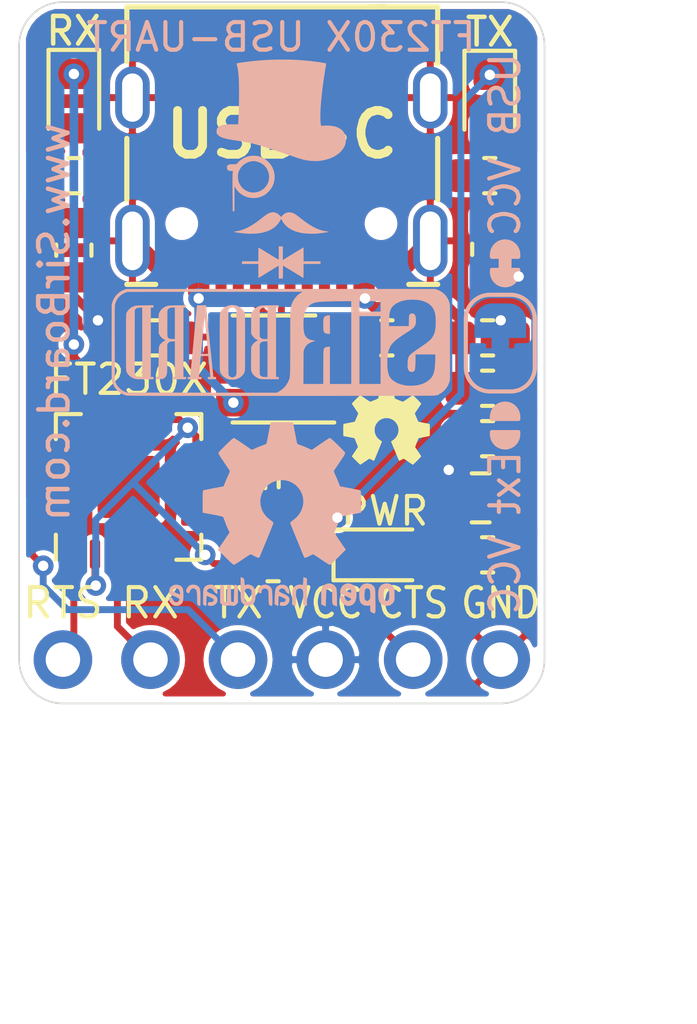
<source format=kicad_pcb>
(kicad_pcb (version 20171130) (host pcbnew "(5.1.2)-2")
  (title_block (title "USB to TTL Converter Based On The FT230XQ") (date 2020-04-13) (rev 3.1) (company SirBoard) (comment 1 www.SirBoard.com) (comment 2 "USB 2.0 Type-C Connector") (comment 3 FT230XQ))
  (layers (0 F.Cu signal) (31 B.Cu signal) (34 B.Paste user hide) (35 F.Paste user hide) (36 B.SilkS user) (37 F.SilkS user) (38 B.Mask user hide) (39 F.Mask user hide) (44 Edge.Cuts user))
  (net 0 "")
  (net 1 GND)
  (net 2 "Net-(PWR1-Pad2)")
  (net 3 "Net-(R3-Pad2)")
  (net 4 VCC)
  (net 5 "Net-(C6-Pad1)")
  (net 6 CTS)
  (net 7 TX)
  (net 8 RX)
  (net 9 RTS)
  (net 10 "Net-(P1-PadB5)")
  (net 11 "Net-(P1-PadA8)")
  (net 12 "Net-(P1-PadA5)")
  (net 13 "Net-(P1-PadB8)")
  (net 14 uD-)
  (net 15 uD+)
  (net 16 "Net-(R5-Pad2)")
  (net 17 CBUS1)
  (net 18 CBUS2)
  (net 19 "Net-(U1-Pad14)")
  (net 20 "Net-(U1-Pad12)")
  (net 21 "Net-(FB1-Pad1)")
  (net 22 VUSB)
  (net 23 D+)
  (net 24 D-)
  (module logo:OSHW36x26 (layer F.Cu) (at 67.6148 41.275)
    (fp_text reference G*** hide)
    (fp_text value LOGO hide)
  )
  (module SirBoardLibrary:SOT-143 (layer F.Cu) (at 64.3255 39.5605 180)
    (fp_text reference D1 hide)
    (fp_text value PRTR5V0U2X)
    (pad 4 smd rect (at 1.1508 -1.0516 90) (size 0.8 1) (layers F.Cu F.Paste F.Mask) (net 22 VUSB))
    (pad 3 smd rect (at 1.1508 0.8484 90) (size 0.8 1) (layers F.Cu F.Paste F.Mask) (net 23 D+))
    (pad 2 smd rect (at -1.1492 0.8484 90) (size 0.8 1) (layers F.Cu F.Paste F.Mask) (net 24 D-))
    (pad 1 smd rect (at -1.1492 -0.8716 90) (size 1.2 1) (layers F.Cu F.Paste F.Mask) (net 1 GND))
  )
  (module Resistor_SMD:R_0603_1608Metric (layer F.Cu) (at 70.612 34.036)
    (fp_text reference R7 hide)
    (fp_text value 5k1)
    (pad 2 smd roundrect (at 0.7875 0) (size 0.875 0.95) (layers F.Cu F.Paste F.Mask) (net 1 GND))
    (pad 1 smd roundrect (at -0.7875 0) (size 0.875 0.95) (layers F.Cu F.Paste F.Mask) (net 12 "Net-(P1-PadA5)"))
  )
  (module Resistor_SMD:R_0603_1608Metric (layer F.Cu) (at 58.547 34.036 180)
    (fp_text reference R6 hide)
    (fp_text value 5k1)
    (pad 2 smd roundrect (at 0.7875 0 180) (size 0.875 0.95) (layers F.Cu F.Paste F.Mask) (net 1 GND))
    (pad 1 smd roundrect (at -0.7875 0 180) (size 0.875 0.95) (layers F.Cu F.Paste F.Mask) (net 10 "Net-(P1-PadB5)"))
  )
  (module Connector_PinHeader_2.54mm:PinHeader_1x06_P2.54mm_Horizontal (layer F.Cu) (at 70.9295 48.0568 270)
    (fp_text reference J1 hide)
    (fp_text value Conn_01x06)
    (pad 6 thru_hole oval (at 0 12.7 270) (size 1.7 1.7) (drill 1) (layers *.Cu *.Mask) (net 9 RTS))
    (pad 5 thru_hole oval (at 0 10.16 270) (size 1.7 1.7) (drill 1) (layers *.Cu *.Mask) (net 8 RX))
    (pad 4 thru_hole oval (at 0 7.62 270) (size 1.7 1.7) (drill 1) (layers *.Cu *.Mask) (net 7 TX))
    (pad 3 thru_hole oval (at 0 5.08 270) (size 1.7 1.7) (drill 1) (layers *.Cu *.Mask) (net 4 VCC))
    (pad 2 thru_hole oval (at 0 2.54 270) (size 1.7 1.7) (drill 1) (layers *.Cu *.Mask) (net 6 CTS))
    (pad 1 thru_hole circle (at 0 0 270) (size 1.7 1.7) (drill 1) (layers *.Cu *.Mask) (net 1 GND))
  )
  (module SirBoardLibrary:USB_C (layer F.Cu) (at 67.7799 37.211 180)
    (fp_text reference USB-C (at 3.2004 4.3688 180) (layer F.SilkS) (effects (font (size 1.27 1.27) (thickness 0.254))))
    (fp_text value USB_C_Plug_USB2.0 hide)
    (pad B4 smd rect (at 5.4558 0.5866 180) (size 0.31 1.4) (layers F.Cu F.Paste F.Mask) (net 22 VUSB))
    (pad B1 smd rect (at 6.2585 0.5866 180) (size 0.31 1.4) (layers F.Cu F.Paste F.Mask) (net 1 GND))
    (pad B9 smd rect (at 0.9685 0.5842 180) (size 0.31 1.4) (layers F.Cu F.Paste F.Mask) (net 22 VUSB))
    (pad B12 smd rect (at 0.1685 0.5842 180) (size 0.31 1.4) (layers F.Cu F.Paste F.Mask) (net 1 GND))
    (pad A1 smd rect (at -0.1415 0.5866 180) (size 0.31 1.4) (layers F.Cu F.Paste F.Mask) (net 1 GND))
    (pad A12 smd rect (at 6.5685 0.5866 180) (size 0.31 1.4) (layers F.Cu F.Paste F.Mask) (net 1 GND))
    (pad "" np_thru_hole circle (at 0.3235 1.7866 180) (size 0.65 0.65) (drill oval 0.65) (layers *.Cu *.Mask))
    (pad "" np_thru_hole circle (at 6.1035 1.7866 180) (size 0.65 0.65) (drill oval 0.65) (layers *.Cu *.Mask))
    (pad S1 thru_hole oval (at -1.1065 5.4366 180) (size 1 1.8) (drill oval 0.6 1.4) (layers *.Cu *.Mask) (net 1 GND))
    (pad S1 thru_hole oval (at 7.5335 5.4366 180) (size 1 1.8) (drill oval 0.6 1.4) (layers *.Cu *.Mask) (net 1 GND))
    (pad S1 thru_hole oval (at 7.5335 1.2866 180) (size 1 2.1) (drill oval 0.6 1.7) (layers *.Cu *.Mask) (net 1 GND))
    (pad S1 thru_hole oval (at -1.1065 1.2866 180) (size 1 2.1) (drill oval 0.6 1.7) (layers *.Cu *.Mask) (net 1 GND))
    (pad B5 smd rect (at 4.9635 0.5866 180) (size 0.32 1.4) (layers F.Cu F.Paste F.Mask) (net 10 "Net-(P1-PadB5)"))
    (pad A8 smd rect (at 4.4635 0.5866 180) (size 0.32 1.4) (layers F.Cu F.Paste F.Mask) (net 11 "Net-(P1-PadA8)"))
    (pad B6 smd rect (at 3.9635 0.5866 180) (size 0.32 1.4) (layers F.Cu F.Paste F.Mask) (net 23 D+))
    (pad A7 smd rect (at 3.4635 0.5866 180) (size 0.32 1.4) (layers F.Cu F.Paste F.Mask) (net 24 D-))
    (pad A6 smd rect (at 2.9635 0.5866 180) (size 0.32 1.4) (layers F.Cu F.Paste F.Mask) (net 23 D+))
    (pad B7 smd rect (at 2.4635 0.5866 180) (size 0.32 1.4) (layers F.Cu F.Paste F.Mask) (net 24 D-))
    (pad A5 smd rect (at 1.9635 0.5866 180) (size 0.32 1.4) (layers F.Cu F.Paste F.Mask) (net 12 "Net-(P1-PadA5)"))
    (pad B8 smd rect (at 1.4635 0.5866 180) (size 0.32 1.4) (layers F.Cu F.Paste F.Mask) (net 13 "Net-(P1-PadB8)"))
    (pad A9 smd rect (at 5.7685 0.5866 180) (size 0.31 1.4) (layers F.Cu F.Paste F.Mask) (net 22 VUSB))
    (pad A4 smd rect (at 0.6585 0.5866 180) (size 0.31 1.4) (layers F.Cu F.Paste F.Mask) (net 22 VUSB))
  )
  (module Capacitor_SMD:C_0603_1608Metric (layer F.Cu) (at 64.3255 45.2755)
    (fp_text reference C6 hide)
    (fp_text value 100nF)
    (pad 2 smd roundrect (at 0.7875 0) (size 0.875 0.95) (layers F.Cu F.Paste F.Mask) (net 1 GND))
    (pad 1 smd roundrect (at -0.7875 0) (size 0.875 0.95) (layers F.Cu F.Paste F.Mask) (net 5 "Net-(C6-Pad1)"))
  )
  (module logo:SirBoard98x31 (layer B.Cu) (at 64.5541 38.862 180)
    (fp_text reference G*** hide)
    (fp_text value LOGO hide)
  )
  (module Symbol:OSHW-Logo2_7.3x6mm_SilkScreen (layer B.Cu) (at 64.5795 43.942 180)
    (fp_text reference REF** hide)
    (fp_text value OSHW-Logo2_7.3x6mm_SilkScreen hide)
  )
  (module logo:logo63x89 (layer B.Cu) (at 64.5541 33.8455 180)
    (fp_text reference G*** hide)
    (fp_text value LOGO hide)
  )
  (module Resistor_SMD:R_0603_1608Metric (layer F.Cu) (at 70.5485 45.0215 180)
    (fp_text reference R4 hide)
    (fp_text value 1k)
    (pad 2 smd roundrect (at 0.7875 0 180) (size 0.875 0.95) (layers F.Cu F.Paste F.Mask) (net 2 "Net-(PWR1-Pad2)"))
    (pad 1 smd roundrect (at -0.7875 0 180) (size 0.875 0.95) (layers F.Cu F.Paste F.Mask) (net 4 VCC))
  )
  (module Resistor_SMD:R_0603_1608Metric (layer F.Cu) (at 70.612 36.1695 90)
    (fp_text reference R3 hide)
    (fp_text value 1k)
    (pad 2 smd roundrect (at 0.7875 0 90) (size 0.875 0.95) (layers F.Cu F.Paste F.Mask) (net 3 "Net-(R3-Pad2)"))
    (pad 1 smd roundrect (at -0.7875 0 90) (size 0.875 0.95) (layers F.Cu F.Paste F.Mask) (net 4 VCC))
  )
  (module Inductor_SMD:L_0603_1608Metric (layer F.Cu) (at 70.5485 38.735 180)
    (fp_text reference FB1 hide)
    (fp_text value 40E@100MHz)
    (pad 2 smd roundrect (at 0.7875 0 180) (size 0.875 0.95) (layers F.Cu F.Paste F.Mask) (net 22 VUSB))
    (pad 1 smd roundrect (at -0.7875 0 180) (size 0.875 0.95) (layers F.Cu F.Paste F.Mask) (net 21 "Net-(FB1-Pad1)"))
  )
  (module Capacitor_SMD:C_0603_1608Metric (layer F.Cu) (at 70.5485 41.656)
    (fp_text reference C4 hide)
    (fp_text value 100nF)
    (pad 2 smd roundrect (at 0.7875 0) (size 0.875 0.95) (layers F.Cu F.Paste F.Mask) (net 1 GND))
    (pad 1 smd roundrect (at -0.7875 0) (size 0.875 0.95) (layers F.Cu F.Paste F.Mask) (net 4 VCC))
  )
  (module Capacitor_SMD:C_0603_1608Metric (layer F.Cu) (at 70.5485 40.1955)
    (fp_text reference C1 hide)
    (fp_text value 10nF)
    (pad 2 smd roundrect (at 0.7875 0) (size 0.875 0.95) (layers F.Cu F.Paste F.Mask) (net 1 GND))
    (pad 1 smd roundrect (at -0.7875 0) (size 0.875 0.95) (layers F.Cu F.Paste F.Mask) (net 22 VUSB))
  )
  (module LED_SMD:LED_0603_1608Metric (layer F.Cu) (at 70.612 31.9025 270)
    (fp_text reference TX (at -2.032 0 180) (layer F.SilkS) (effects (font (size 0.8 0.8) (thickness 0.13))))
    (fp_text value GREEN)
    (pad 1 smd roundrect (at -0.7875 0 270) (size 0.875 0.95) (layers F.Cu F.Paste F.Mask) (net 18 CBUS2))
    (pad 2 smd roundrect (at 0.7875 0 270) (size 0.875 0.95) (layers F.Cu F.Paste F.Mask) (net 3 "Net-(R3-Pad2)"))
  )
  (module LED_SMD:LED_0603_1608Metric (layer F.Cu) (at 67.564 45.0215)
    (fp_text reference PWR (at 0 -1.27 180) (layer F.SilkS) (effects (font (size 0.8 0.8) (thickness 0.12))))
    (fp_text value RED)
    (pad 2 smd roundrect (at 0.7875 0) (size 0.875 0.95) (layers F.Cu F.Paste F.Mask) (net 2 "Net-(PWR1-Pad2)"))
    (pad 1 smd roundrect (at -0.7875 0) (size 0.875 0.95) (layers F.Cu F.Paste F.Mask) (net 1 GND))
  )
  (module LED_SMD:LED_0603_1608Metric (layer F.Cu) (at 58.547 31.877 270)
    (fp_text reference RX (at -2.032 0.01016 180) (layer F.SilkS) (effects (font (size 0.8 0.8) (thickness 0.13))))
    (fp_text value GREEN)
    (pad 1 smd roundrect (at -0.7875 0 270) (size 0.875 0.95) (layers F.Cu F.Paste F.Mask) (net 17 CBUS1))
    (pad 2 smd roundrect (at 0.7875 0 270) (size 0.875 0.95) (layers F.Cu F.Paste F.Mask) (net 16 "Net-(R5-Pad2)"))
  )
  (module Resistor_SMD:R_0603_1608Metric (layer F.Cu) (at 58.547 36.195 90)
    (fp_text reference R5 hide)
    (fp_text value 1k)
    (pad 2 smd roundrect (at 0.7875 0 90) (size 0.875 0.95) (layers F.Cu F.Paste F.Mask) (net 16 "Net-(R5-Pad2)"))
    (pad 1 smd roundrect (at -0.7875 0 90) (size 0.875 0.95) (layers F.Cu F.Paste F.Mask) (net 4 VCC))
  )
  (module Capacitor_SMD:C_0805_2012Metric (layer F.Cu) (at 70.3476 43.3705)
    (fp_text reference C5 hide)
    (fp_text value 4.7uF)
    (pad 2 smd roundrect (at 0.9375 0) (size 0.975 1.4) (layers F.Cu F.Paste F.Mask) (net 1 GND))
    (pad 1 smd roundrect (at -0.9375 0) (size 0.975 1.4) (layers F.Cu F.Paste F.Mask) (net 4 VCC))
  )
  (module Package_DFN_QFN:QFN-16-1EP_4x4mm_P0.65mm_EP2.1x2.1mm (layer F.Cu) (at 60.1345 43.053 90)
    (fp_text reference U1 hide)
    (fp_text value FT230XQ)
    (pad 16 smd roundrect (at -0.975 -1.95 90) (size 0.3 0.85) (layers F.Cu F.Paste F.Mask) (net 9 RTS))
    (pad 15 smd roundrect (at -0.325 -1.95 90) (size 0.3 0.85) (layers F.Cu F.Paste F.Mask) (net 7 TX))
    (pad 14 smd roundrect (at 0.325 -1.95 90) (size 0.3 0.85) (layers F.Cu F.Paste F.Mask) (net 19 "Net-(U1-Pad14)"))
    (pad 13 smd roundrect (at 0.975 -1.95 90) (size 0.3 0.85) (layers F.Cu F.Paste F.Mask) (net 1 GND))
    (pad 12 smd roundrect (at 1.95 -0.975 90) (size 0.85 0.3) (layers F.Cu F.Paste F.Mask) (net 20 "Net-(U1-Pad12)"))
    (pad 11 smd roundrect (at 1.95 -0.325 90) (size 0.85 0.3) (layers F.Cu F.Paste F.Mask) (net 17 CBUS1))
    (pad 10 smd roundrect (at 1.95 0.325 90) (size 0.85 0.3) (layers F.Cu F.Paste F.Mask) (net 4 VCC))
    (pad 9 smd roundrect (at 1.95 0.975 90) (size 0.85 0.3) (layers F.Cu F.Paste F.Mask) (net 5 "Net-(C6-Pad1)"))
    (pad 8 smd roundrect (at 0.975 1.95 90) (size 0.3 0.85) (layers F.Cu F.Paste F.Mask) (net 5 "Net-(C6-Pad1)"))
    (pad 7 smd roundrect (at 0.325 1.95 90) (size 0.3 0.85) (layers F.Cu F.Paste F.Mask) (net 14 uD-))
    (pad 6 smd roundrect (at -0.325 1.95 90) (size 0.3 0.85) (layers F.Cu F.Paste F.Mask) (net 15 uD+))
    (pad 5 smd roundrect (at -0.975 1.95 90) (size 0.3 0.85) (layers F.Cu F.Paste F.Mask) (net 18 CBUS2))
    (pad 4 smd roundrect (at -1.95 0.975 90) (size 0.85 0.3) (layers F.Cu F.Paste F.Mask) (net 6 CTS))
    (pad 3 smd roundrect (at -1.95 0.325 90) (size 0.85 0.3) (layers F.Cu F.Paste F.Mask) (net 1 GND))
    (pad 2 smd roundrect (at -1.95 -0.325 90) (size 0.85 0.3) (layers F.Cu F.Paste F.Mask) (net 8 RX))
    (pad 1 smd roundrect (at -1.95 -0.975 90) (size 0.85 0.3) (layers F.Cu F.Paste F.Mask) (net 5 "Net-(C6-Pad1)"))
    (pad 17 smd roundrect (at 0 0 90) (size 1.8 1.8) (layers F.Cu F.Mask) (roundrect_rratio 0.119) (net 1 GND))
  )
  (module Jumper:SolderJumper-2_P1.3mm_Bridged_RoundedPad1.0x1.5mm (layer B.Cu) (at 70.9168 38.8874 270)
    (fp_text reference JP1 hide)
    (fp_text value SolderJumper_2_Open)
    (fp_poly (pts (xy 0.25 0.254) (xy -0.25 0.254) (xy -0.25 -0.254) (xy 0.25 -0.254)) (layer B.Cu) (width 0))
    (pad 1 smd custom (at -0.65 0 270) (size 1 0.5) (layers B.Cu B.Mask) (net 21 "Net-(FB1-Pad1)") (options (clearance outline) (anchor rect)) (primitives (gr_circle (center 0 -0.25) (end 0.5 -0.25) (width 0)) (gr_circle (center 0 0.25) (end 0.5 0.25) (width 0)) (gr_poly (pts (xy 0 0.75) (xy 0.5 0.75) (xy 0.5 -0.75) (xy 0 -0.75)) (width 0))))
    (pad 2 smd custom (at 0.65 0 270) (size 1 0.5) (layers B.Cu B.Mask) (net 4 VCC) (options (clearance outline) (anchor rect)) (primitives (gr_circle (center 0 -0.25) (end 0.5 -0.25) (width 0)) (gr_circle (center 0 0.25) (end 0.5 0.25) (width 0)) (gr_poly (pts (xy 0 0.75) (xy -0.5 0.75) (xy -0.5 -0.75) (xy 0 -0.75)) (width 0))))
  )
  (module Capacitor_SMD:C_0603_1608Metric (layer F.Cu) (at 67.6275 38.735)
    (fp_text reference C3 hide)
    (fp_text value 47pF)
    (pad 2 smd roundrect (at 0.7875 0) (size 0.875 0.95) (layers F.Cu F.Paste F.Mask) (net 1 GND))
    (pad 1 smd roundrect (at -0.7875 0) (size 0.875 0.95) (layers F.Cu F.Paste F.Mask) (net 24 D-))
  )
  (module Resistor_SMD:R_0603_1608Metric (layer F.Cu) (at 63.5889 42.926 90)
    (fp_text reference R2 hide)
    (fp_text value 27e)
    (pad 2 smd roundrect (at 0.7875 0 90) (size 0.875 0.95) (layers F.Cu F.Paste F.Mask) (net 23 D+))
    (pad 1 smd roundrect (at -0.7875 0 90) (size 0.875 0.95) (layers F.Cu F.Paste F.Mask) (net 15 uD+))
  )
  (module Resistor_SMD:R_0603_1608Metric (layer F.Cu) (at 64.9986 42.9006 270)
    (fp_text reference R1 hide)
    (fp_text value 27e)
    (pad 2 smd roundrect (at 0.7875 0 270) (size 0.875 0.95) (layers F.Cu F.Paste F.Mask) (net 14 uD-))
    (pad 1 smd roundrect (at -0.7875 0 270) (size 0.875 0.95) (layers F.Cu F.Paste F.Mask) (net 24 D-))
  )
  (module Capacitor_SMD:C_0603_1608Metric (layer F.Cu) (at 60.96 38.735 180)
    (fp_text reference C2 hide)
    (fp_text value 47pF)
    (pad 2 smd roundrect (at 0.7875 0 180) (size 0.875 0.95) (layers F.Cu F.Paste F.Mask) (net 1 GND))
    (pad 1 smd roundrect (at -0.7875 0 180) (size 0.875 0.95) (layers F.Cu F.Paste F.Mask) (net 23 D+))
  )
  (gr_text FT230X (at 60.1345 39.9415) (layer F.SilkS) (effects (font (size 0.85 0.85) (thickness 0.12))))
  (gr_arc (start 70.9295 30.2768) (end 72.1995 30.2768) (angle -90) (layer Edge.Cuts) (width 0.05))
  (gr_arc (start 58.2295 30.2768) (end 58.2295 29.0068) (angle -90) (layer Edge.Cuts) (width 0.05))
  (gr_arc (start 58.2295 48.0568) (end 56.9595 48.0568) (angle -90) (layer Edge.Cuts) (width 0.05))
  (gr_line (start 71.1835 36.3855) (end 71.1835 36.83) (layer B.SilkS) (width 0.12))
  (gr_line (start 71.12 36.3855) (end 71.1835 36.3855) (layer B.SilkS) (width 0.12))
  (gr_line (start 71.12 36.7665) (end 71.12 36.3855) (layer B.SilkS) (width 0.12))
  (gr_line (start 71.0565 36.3855) (end 71.0565 36.7665) (layer B.SilkS) (width 0.12))
  (gr_line (start 70.993 36.3855) (end 71.0565 36.3855) (layer B.SilkS) (width 0.12))
  (gr_line (start 70.993 36.7665) (end 70.993 36.3855) (layer B.SilkS) (width 0.12))
  (gr_line (start 71.0565 36.7665) (end 70.993 36.7665) (layer B.SilkS) (width 0.12))
  (gr_line (start 70.9295 36.83) (end 71.0565 36.7665) (layer B.SilkS) (width 0.12))
  (gr_line (start 70.9295 36.3855) (end 70.9295 36.83) (layer B.SilkS) (width 0.12))
  (gr_line (start 70.993 41.783) (end 71.12 41.783) (layer B.SilkS) (width 0.12))
  (gr_line (start 71.12 41.8465) (end 71.374 41.7195) (layer B.SilkS) (width 0.12))
  (gr_line (start 70.9295 41.8465) (end 71.12 41.8465) (layer B.SilkS) (width 0.12))
  (gr_line (start 71.0565 41.7195) (end 71.12 41.7195) (layer B.SilkS) (width 0.12))
  (gr_line (start 70.993 40.767) (end 70.739 40.894) (layer B.SilkS) (width 0.12))
  (gr_line (start 71.12 40.894) (end 71.0565 40.8305) (layer B.SilkS) (width 0.12))
  (gr_line (start 70.739 40.894) (end 71.12 40.894) (layer B.SilkS) (width 0.12))
  (gr_line (start 71.374 41.7195) (end 71.374 41.5925) (layer B.SilkS) (width 0.12))
  (gr_line (start 70.6755 41.529) (end 71.4375 41.529) (layer B.SilkS) (width 0.12))
  (gr_line (start 71.4375 41.4655) (end 71.4375 41.529) (layer B.SilkS) (width 0.12))
  (gr_line (start 71.374 41.5925) (end 70.866 41.5925) (layer B.SilkS) (width 0.12))
  (gr_line (start 70.6755 41.4655) (end 71.4375 41.4655) (layer B.SilkS) (width 0.12))
  (gr_line (start 70.866 41.5925) (end 70.993 41.783) (layer B.SilkS) (width 0.12))
  (gr_arc (start 71.0565 41.529) (end 70.6755 41.529) (angle -180) (layer B.SilkS) (width 0.12))
  (gr_line (start 70.6755 41.529) (end 70.6755 41.4655) (layer B.SilkS) (width 0.12))
  (gr_line (start 70.739 41.5925) (end 70.9295 41.8465) (layer B.SilkS) (width 0.12))
  (gr_line (start 71.374 41.656) (end 70.993 41.656) (layer B.SilkS) (width 0.12))
  (gr_line (start 70.993 41.656) (end 71.0565 41.7195) (layer B.SilkS) (width 0.12))
  (gr_line (start 71.12 41.783) (end 71.374 41.656) (layer B.SilkS) (width 0.12))
  (gr_line (start 71.374 40.9575) (end 71.1835 40.7035) (layer B.SilkS) (width 0.12))
  (gr_line (start 71.4375 41.021) (end 71.4375 41.0845) (layer B.SilkS) (width 0.12))
  (gr_arc (start 71.0565 41.021) (end 71.4375 41.021) (angle -180) (layer B.SilkS) (width 0.12))
  (gr_line (start 71.247 40.9575) (end 71.12 40.767) (layer B.SilkS) (width 0.12))
  (gr_line (start 70.739 40.9575) (end 71.247 40.9575) (layer B.SilkS) (width 0.12))
  (gr_line (start 70.6755 41.0845) (end 70.6755 41.021) (layer B.SilkS) (width 0.12))
  (gr_line (start 71.4375 41.021) (end 70.6755 41.021) (layer B.SilkS) (width 0.12))
  (gr_line (start 70.739 40.8305) (end 70.739 40.9575) (layer B.SilkS) (width 0.12))
  (gr_line (start 71.0565 40.8305) (end 70.993 40.8305) (layer B.SilkS) (width 0.12))
  (gr_line (start 71.1835 40.7035) (end 70.993 40.7035) (layer B.SilkS) (width 0.12))
  (gr_line (start 70.993 40.7035) (end 70.739 40.8305) (layer B.SilkS) (width 0.12))
  (gr_line (start 71.12 40.767) (end 70.993 40.767) (layer B.SilkS) (width 0.12))
  (gr_line (start 71.4375 41.0845) (end 70.6755 41.0845) (layer B.SilkS) (width 0.12))
  (gr_text "USB VCC" (at 71.0565 33.147 90) (layer B.SilkS) (effects (font (size 0.85 0.8) (thickness 0.12)) (justify mirror)))
  (gr_text "Ext VCC" (at 71.0565 44.3865 90) (layer B.SilkS) (effects (font (size 0.85 0.8) (thickness 0.12)) (justify mirror)))
  (gr_line (start 71.12 36.068) (end 70.993 36.068) (layer B.SilkS) (width 0.12))
  (gr_line (start 70.993 36.0045) (end 70.739 36.1315) (layer B.SilkS) (width 0.12))
  (gr_line (start 71.1835 36.0045) (end 70.993 36.0045) (layer B.SilkS) (width 0.12))
  (gr_line (start 71.0565 36.1315) (end 70.993 36.1315) (layer B.SilkS) (width 0.12))
  (gr_line (start 70.739 36.1315) (end 70.739 36.2585) (layer B.SilkS) (width 0.12))
  (gr_line (start 71.4375 36.322) (end 70.6755 36.322) (layer B.SilkS) (width 0.12))
  (gr_line (start 70.6755 36.3855) (end 70.6755 36.322) (layer B.SilkS) (width 0.12))
  (gr_line (start 70.739 36.2585) (end 71.247 36.2585) (layer B.SilkS) (width 0.12))
  (gr_line (start 71.4375 36.3855) (end 70.6755 36.3855) (layer B.SilkS) (width 0.12))
  (gr_line (start 71.247 36.2585) (end 71.12 36.068) (layer B.SilkS) (width 0.12))
  (gr_arc (start 71.0565 36.322) (end 71.4375 36.322) (angle -180) (layer B.SilkS) (width 0.12))
  (gr_line (start 71.4375 36.322) (end 71.4375 36.3855) (layer B.SilkS) (width 0.12))
  (gr_line (start 71.374 36.2585) (end 71.1835 36.0045) (layer B.SilkS) (width 0.12))
  (gr_line (start 70.739 36.195) (end 71.12 36.195) (layer B.SilkS) (width 0.12))
  (gr_line (start 71.12 36.195) (end 71.0565 36.1315) (layer B.SilkS) (width 0.12))
  (gr_line (start 70.993 36.068) (end 70.739 36.195) (layer B.SilkS) (width 0.12))
  (gr_line (start 71.0565 37.0205) (end 71.12 37.0205) (layer B.SilkS) (width 0.12))
  (gr_line (start 70.993 36.957) (end 71.0565 37.0205) (layer B.SilkS) (width 0.12))
  (gr_line (start 71.374 36.957) (end 70.993 36.957) (layer B.SilkS) (width 0.12))
  (gr_line (start 71.12 37.084) (end 71.374 36.957) (layer B.SilkS) (width 0.12))
  (gr_line (start 70.993 37.084) (end 71.12 37.084) (layer B.SilkS) (width 0.12))
  (gr_line (start 70.866 36.8935) (end 70.993 37.084) (layer B.SilkS) (width 0.12))
  (gr_line (start 71.374 36.8935) (end 70.866 36.8935) (layer B.SilkS) (width 0.12))
  (gr_line (start 71.374 37.0205) (end 71.374 36.8935) (layer B.SilkS) (width 0.12))
  (gr_line (start 71.12 37.1475) (end 71.374 37.0205) (layer B.SilkS) (width 0.12))
  (gr_line (start 70.9295 37.1475) (end 71.12 37.1475) (layer B.SilkS) (width 0.12))
  (gr_line (start 70.739 36.8935) (end 70.9295 37.1475) (layer B.SilkS) (width 0.12))
  (gr_line (start 70.6755 36.83) (end 70.6755 36.7665) (layer B.SilkS) (width 0.12))
  (gr_line (start 71.4375 36.7665) (end 71.4375 36.83) (layer B.SilkS) (width 0.12))
  (gr_line (start 70.6755 36.7665) (end 71.4375 36.7665) (layer B.SilkS) (width 0.12))
  (gr_line (start 70.6755 36.83) (end 71.4375 36.83) (layer B.SilkS) (width 0.12))
  (gr_arc (start 71.0565 36.83) (end 70.6755 36.83) (angle -180) (layer B.SilkS) (width 0.12))
  (gr_text GND (at 70.9295 46.4185) (layer F.SilkS) (effects (font (size 0.85 0.75) (thickness 0.12))))
  (gr_text CTS (at 68.3895 46.4185) (layer F.SilkS) (effects (font (size 0.85 0.75) (thickness 0.12))))
  (gr_text VCC (at 65.8495 46.4185) (layer F.SilkS) (effects (font (size 0.85 0.75) (thickness 0.12))))
  (gr_text TX (at 63.3095 46.4185) (layer F.SilkS) (effects (font (size 0.85 0.85) (thickness 0.12))))
  (gr_text RX (at 60.7695 46.4185) (layer F.SilkS) (effects (font (size 0.85 0.85) (thickness 0.12))))
  (gr_text RTS (at 58.2295 46.4185) (layer F.SilkS) (effects (font (size 0.85 0.85) (thickness 0.12))))
  (gr_line (start 70.9295 29.0068) (end 58.2295 29.0068) (layer Edge.Cuts) (width 0.05))
  (gr_arc (start 70.9295 48.0568) (end 70.9295 49.3268) (angle -90) (layer Edge.Cuts) (width 0.05))
  (gr_line (start 58.2295 49.3268) (end 70.9295 49.3268) (layer Edge.Cuts) (width 0.05))
  (gr_line (start 56.9595 48.0568) (end 56.9595 30.2768) (layer Edge.Cuts) (width 0.05))
  (gr_line (start 72.1995 48.0568) (end 72.1995 30.2768) (layer Edge.Cuts) (width 0.05))
  (gr_text "FT230X USB-UART" (at 64.5541 30.0228) (layer B.SilkS) (effects (font (size 0.8 0.8) (thickness 0.12)) (justify mirror)))
  (gr_text www.SirBoard.com (at 57.9755 38.2778 90) (layer B.SilkS) (effects (font (size 0.85 0.85) (thickness 0.13)) (justify mirror)))
  (segment (start 67.919 36.6268) (end 67.9214 36.6244) (width 0.3) (layer F.Cu) (net 1))
  (segment (start 67.6114 36.6268) (end 67.919 36.6268) (width 0.3) (layer F.Cu) (net 1))
  (segment (start 61.5214 36.6244) (end 61.2114 36.6244) (width 0.3) (layer F.Cu) (net 1))
  (segment (start 60.9464 36.6244) (end 60.2464 35.9244) (width 0.5) (layer F.Cu) (net 1))
  (segment (start 61.2114 36.6244) (end 60.9464 36.6244) (width 0.5) (layer F.Cu) (net 1))
  (segment (start 68.1864 36.6244) (end 68.8864 35.9244) (width 0.5) (layer F.Cu) (net 1))
  (segment (start 67.9214 36.6244) (end 68.1864 36.6244) (width 0.5) (layer F.Cu) (net 1))
  (segment (start 68.3515 45.0215) (end 69.761 45.0215) (width 0.3) (layer F.Cu) (net 2))
  (segment (start 70.612 32.69) (end 70.612 35.382) (width 0.2) (layer F.Cu) (net 3))
  (segment (start 69.4101 42.5705) (end 69.42055 42.56005) (width 0.3) (layer F.Cu) (net 4))
  (segment (start 69.4101 43.3705) (end 69.4101 42.5705) (width 0.3) (layer F.Cu) (net 4))
  (segment (start 69.7531 41.6639) (end 69.761 41.656) (width 0.3) (layer F.Cu) (net 4))
  (segment (start 69.7531 42.2275) (end 69.7531 41.6639) (width 0.3) (layer F.Cu) (net 4))
  (segment (start 71.12 45.0215) (end 71.336 45.0215) (width 0.3) (layer F.Cu) (net 4))
  (segment (start 69.4101 43.3705) (end 69.469 43.3705) (width 0.3) (layer F.Cu) (net 4))
  (segment (start 69.469 43.3705) (end 71.12 45.0215) (width 0.3) (layer F.Cu) (net 4))
  (segment (start 69.42055 42.56005) (end 69.7531 42.2275) (width 0.3) (layer F.Cu) (net 4))
  (via (at 69.42055 42.56005) (size 0.6) (drill 0.3) (layers F.Cu B.Cu) (net 4))
  (segment (start 60.452 41.0955) (end 60.4595 41.103) (width 0.25) (layer F.Cu) (net 4))
  (segment (start 60.452 40.4495) (end 60.452 41.0955) (width 0.25) (layer F.Cu) (net 4))
  (segment (start 59.2455 39.243) (end 60.452 40.4495) (width 0.25) (layer F.Cu) (net 4))
  (segment (start 59.2455 38.2185) (end 59.2455 38.227) (width 0.25) (layer F.Cu) (net 4))
  (segment (start 58.547 36.9825) (end 58.547 37.52) (width 0.25) (layer F.Cu) (net 4))
  (segment (start 58.547 37.52) (end 59.2455 38.2185) (width 0.25) (layer F.Cu) (net 4))
  (segment (start 59.2455 38.227) (end 59.2455 39.243) (width 0.25) (layer F.Cu) (net 4))
  (via (at 59.2455 38.227) (size 0.6) (drill 0.3) (layers F.Cu B.Cu) (net 4))
  (segment (start 69.42055 41.55205) (end 69.42055 42.56005) (width 0.2) (layer B.Cu) (net 4))
  (segment (start 70.9168 39.5374) (end 70.9168 40.0558) (width 0.2) (layer B.Cu) (net 4))
  (segment (start 70.9168 40.0558) (end 69.42055 41.55205) (width 0.2) (layer B.Cu) (net 4))
  (via (at 71.4502 36.957) (size 0.6) (drill 0.3) (layers F.Cu B.Cu) (net 4))
  (segment (start 70.612 36.957) (end 71.4502 36.957) (width 0.2) (layer F.Cu) (net 4))
  (via (at 59.182 45.9105) (size 0.6) (drill 0.3) (layers F.Cu B.Cu) (net 5))
  (segment (start 59.1595 45.003) (end 59.1595 45.888) (width 0.2) (layer F.Cu) (net 5))
  (segment (start 59.1595 45.888) (end 59.182 45.9105) (width 0.2) (layer F.Cu) (net 5))
  (via (at 61.849 41.3385) (size 0.6) (drill 0.3) (layers F.Cu B.Cu) (net 5))
  (segment (start 61.6135 41.103) (end 61.849 41.3385) (width 0.2) (layer F.Cu) (net 5))
  (segment (start 61.1095 41.103) (end 61.6135 41.103) (width 0.2) (layer F.Cu) (net 5))
  (segment (start 62.0845 41.574) (end 61.849 41.3385) (width 0.2) (layer F.Cu) (net 5))
  (segment (start 62.0845 42.078) (end 62.0845 41.574) (width 0.2) (layer F.Cu) (net 5))
  (segment (start 59.182 45.9105) (end 59.182 44.0055) (width 0.2) (layer B.Cu) (net 5))
  (via (at 62.357 45.0215) (size 0.6) (drill 0.3) (layers F.Cu B.Cu) (net 5))
  (segment (start 62.357 45.0215) (end 60.2615 42.926) (width 0.2) (layer B.Cu) (net 5))
  (segment (start 59.182 44.0055) (end 60.2615 42.926) (width 0.2) (layer B.Cu) (net 5))
  (segment (start 60.2615 42.926) (end 61.849 41.3385) (width 0.2) (layer B.Cu) (net 5))
  (segment (start 62.611 45.2755) (end 62.357 45.0215) (width 0.2) (layer F.Cu) (net 5))
  (segment (start 63.538 45.2755) (end 62.611 45.2755) (width 0.2) (layer F.Cu) (net 5))
  (segment (start 61.1095 45.003) (end 62.5885 46.482) (width 0.2) (layer F.Cu) (net 6))
  (segment (start 66.8147 46.482) (end 68.3895 48.0568) (width 0.2) (layer F.Cu) (net 6))
  (segment (start 62.5885 46.482) (end 66.8147 46.482) (width 0.2) (layer F.Cu) (net 6))
  (via (at 57.658 45.339) (size 0.6) (drill 0.3) (layers F.Cu B.Cu) (net 7))
  (segment (start 57.3405 45.0215) (end 57.658 45.339) (width 0.2) (layer F.Cu) (net 7))
  (segment (start 57.3405 43.697) (end 57.3405 45.0215) (width 0.2) (layer F.Cu) (net 7))
  (segment (start 58.1845 43.378) (end 57.6595 43.378) (width 0.2) (layer F.Cu) (net 7))
  (segment (start 57.6595 43.378) (end 57.3405 43.697) (width 0.2) (layer F.Cu) (net 7))
  (segment (start 62.459501 47.206801) (end 63.3095 48.0568) (width 0.2) (layer B.Cu) (net 7))
  (segment (start 61.8617 46.609) (end 62.459501 47.206801) (width 0.2) (layer B.Cu) (net 7))
  (segment (start 58.3565 46.609) (end 61.8617 46.609) (width 0.2) (layer B.Cu) (net 7))
  (segment (start 57.658 45.339) (end 57.658 45.9105) (width 0.2) (layer B.Cu) (net 7))
  (segment (start 57.658 45.9105) (end 58.3565 46.609) (width 0.2) (layer B.Cu) (net 7))
  (segment (start 59.8095 47.0968) (end 59.8095 45.003) (width 0.2) (layer F.Cu) (net 8))
  (segment (start 60.7695 48.0568) (end 59.8095 47.0968) (width 0.2) (layer F.Cu) (net 8))
  (segment (start 58.547 47.7393) (end 58.2295 48.0568) (width 0.2) (layer F.Cu) (net 9))
  (segment (start 58.1845 44.028) (end 58.547 44.3905) (width 0.2) (layer F.Cu) (net 9))
  (segment (start 58.547 44.3905) (end 58.547 47.7393) (width 0.2) (layer F.Cu) (net 9))
  (segment (start 59.3345 34.036) (end 61.722 34.036) (width 0.2) (layer F.Cu) (net 10))
  (segment (start 62.8164 35.1304) (end 62.8164 36.6244) (width 0.2) (layer F.Cu) (net 10))
  (segment (start 61.722 34.036) (end 62.8164 35.1304) (width 0.2) (layer F.Cu) (net 10))
  (segment (start 65.8164 36.6244) (end 65.8164 35.1486) (width 0.2) (layer F.Cu) (net 12))
  (segment (start 66.929 34.036) (end 69.8245 34.036) (width 0.2) (layer F.Cu) (net 12))
  (segment (start 65.8164 35.1486) (end 66.929 34.036) (width 0.2) (layer F.Cu) (net 12))
  (segment (start 62.4638 42.728) (end 62.0845 42.728) (width 0.2) (layer F.Cu) (net 14))
  (segment (start 62.6618 42.926) (end 62.4638 42.728) (width 0.2) (layer F.Cu) (net 14))
  (segment (start 64.9986 43.6881) (end 64.2365 42.926) (width 0.2) (layer F.Cu) (net 14))
  (segment (start 64.2365 42.926) (end 62.6618 42.926) (width 0.2) (layer F.Cu) (net 14))
  (segment (start 63.2534 43.378) (end 63.5889 43.7135) (width 0.2) (layer F.Cu) (net 15))
  (segment (start 62.0845 43.378) (end 63.2534 43.378) (width 0.2) (layer F.Cu) (net 15))
  (segment (start 58.547 32.6645) (end 58.547 35.4075) (width 0.2) (layer F.Cu) (net 16))
  (via (at 58.547 31.0895) (size 0.6) (drill 0.3) (layers F.Cu B.Cu) (net 17))
  (via (at 58.547 38.9255) (size 0.6) (drill 0.3) (layers F.Cu B.Cu) (net 17))
  (segment (start 58.547 31.0895) (end 58.547 38.9255) (width 0.25) (layer B.Cu) (net 17))
  (segment (start 59.8095 40.569) (end 59.8095 41.103) (width 0.25) (layer F.Cu) (net 17))
  (segment (start 58.547 38.9255) (end 58.547 39.3065) (width 0.25) (layer F.Cu) (net 17))
  (segment (start 58.547 39.3065) (end 59.8095 40.569) (width 0.25) (layer F.Cu) (net 17))
  (segment (start 62.0845 44.028) (end 62.5319 44.4754) (width 0.2) (layer F.Cu) (net 18))
  (segment (start 62.5319 44.4754) (end 65.659 44.4754) (width 0.2) (layer F.Cu) (net 18))
  (via (at 66.1924 43.942) (size 0.6) (drill 0.3) (layers F.Cu B.Cu) (net 18))
  (segment (start 65.659 44.4754) (end 66.1924 43.942) (width 0.2) (layer F.Cu) (net 18))
  (segment (start 66.1924 43.942) (end 69.7738 40.3606) (width 0.2) (layer B.Cu) (net 18))
  (via (at 70.612 31.115) (size 0.6) (drill 0.3) (layers F.Cu B.Cu) (net 18))
  (segment (start 69.7738 40.3606) (end 69.7738 31.9532) (width 0.2) (layer B.Cu) (net 18))
  (segment (start 69.7738 31.9532) (end 70.612 31.115) (width 0.2) (layer B.Cu) (net 18))
  (via (at 70.9295 38.227) (size 0.6) (drill 0.3) (layers F.Cu B.Cu) (net 21))
  (segment (start 71.336 38.6335) (end 70.9295 38.227) (width 0.2) (layer F.Cu) (net 21))
  (segment (start 71.336 38.735) (end 71.336 38.6335) (width 0.2) (layer F.Cu) (net 21))
  (via (at 62.1665 37.592) (size 0.6) (drill 0.3) (layers F.Cu B.Cu) (net 22))
  (segment (start 62.0114 36.6244) (end 62.0114 37.4369) (width 0.3) (layer F.Cu) (net 22))
  (segment (start 62.0114 37.4369) (end 62.1665 37.592) (width 0.3) (layer F.Cu) (net 22))
  (segment (start 62.3241 37.4344) (end 62.1665 37.592) (width 0.3) (layer F.Cu) (net 22))
  (segment (start 62.3241 36.6244) (end 62.3241 37.4344) (width 0.3) (layer F.Cu) (net 22))
  (via (at 66.9925 37.592) (size 0.6) (drill 0.3) (layers F.Cu B.Cu) (net 22))
  (segment (start 66.8114 36.6268) (end 66.8114 37.4109) (width 0.3) (layer F.Cu) (net 22))
  (segment (start 66.8114 37.4109) (end 66.9925 37.592) (width 0.3) (layer F.Cu) (net 22))
  (segment (start 67.1214 37.4631) (end 66.9925 37.592) (width 0.3) (layer F.Cu) (net 22))
  (segment (start 67.1214 36.6244) (end 67.1214 37.4631) (width 0.3) (layer F.Cu) (net 22))
  (segment (start 66.8138 36.6244) (end 66.8114 36.6268) (width 0.3) (layer F.Cu) (net 22))
  (segment (start 67.1214 36.6244) (end 66.8138 36.6244) (width 0.3) (layer F.Cu) (net 22))
  (segment (start 62.0114 36.6244) (end 62.3241 36.6244) (width 0.3) (layer F.Cu) (net 22))
  (segment (start 62.1665 37.592) (end 66.9925 37.592) (width 0.5) (layer B.Cu) (net 22))
  (segment (start 69.7865 38.7095) (end 69.761 38.735) (width 0.3) (layer F.Cu) (net 22))
  (segment (start 69.7865 38.227) (end 69.7865 38.7095) (width 0.3) (layer F.Cu) (net 22))
  (segment (start 69.4055 37.846) (end 69.7865 38.227) (width 0.3) (layer F.Cu) (net 22))
  (segment (start 66.9925 37.592) (end 67.2465 37.846) (width 0.3) (layer F.Cu) (net 22))
  (segment (start 67.2465 37.846) (end 69.4055 37.846) (width 0.3) (layer F.Cu) (net 22))
  (segment (start 69.761 38.735) (end 69.761 40.1955) (width 0.3) (layer F.Cu) (net 22))
  (via (at 63.1747 40.6121) (size 0.6) (drill 0.3) (layers F.Cu B.Cu) (net 22))
  (segment (start 62.1665 37.592) (end 62.1665 39.6039) (width 0.25) (layer B.Cu) (net 22))
  (segment (start 62.1665 39.6039) (end 63.1747 40.6121) (width 0.25) (layer B.Cu) (net 22))
  (segment (start 64.8164 35.7244) (end 64.652 35.56) (width 0.2) (layer F.Cu) (net 23))
  (segment (start 64.8164 36.6244) (end 64.8164 35.7244) (width 0.2) (layer F.Cu) (net 23))
  (segment (start 63.8164 35.7244) (end 63.8164 36.6244) (width 0.2) (layer F.Cu) (net 23))
  (segment (start 63.9808 35.56) (end 63.8164 35.7244) (width 0.2) (layer F.Cu) (net 23))
  (segment (start 64.652 35.56) (end 63.9808 35.56) (width 0.2) (layer F.Cu) (net 23))
  (segment (start 61.7704 38.7121) (end 61.7475 38.735) (width 0.2) (layer F.Cu) (net 23))
  (segment (start 63.1747 38.7121) (end 61.7704 38.7121) (width 0.2) (layer F.Cu) (net 23))
  (segment (start 64.0842 38.7121) (end 63.1747 38.7121) (width 0.2) (layer F.Cu) (net 23))
  (segment (start 64.0842 38.0238) (end 64.0842 38.7121) (width 0.2) (layer F.Cu) (net 23))
  (segment (start 63.8164 36.6244) (end 63.8164 37.756) (width 0.2) (layer F.Cu) (net 23))
  (segment (start 63.8164 37.756) (end 64.0842 38.0238) (width 0.2) (layer F.Cu) (net 23))
  (segment (start 64.0842 41.6432) (end 63.5889 42.1385) (width 0.2) (layer F.Cu) (net 23))
  (segment (start 64.0842 38.7121) (end 64.0842 41.6432) (width 0.2) (layer F.Cu) (net 23))
  (segment (start 64.3164 36.6244) (end 64.3164 37.5244) (width 0.2) (layer F.Cu) (net 24))
  (segment (start 66.8171 38.7121) (end 66.84 38.735) (width 0.2) (layer F.Cu) (net 24))
  (segment (start 65.4747 38.7121) (end 66.8171 38.7121) (width 0.2) (layer F.Cu) (net 24))
  (segment (start 64.511 37.719) (end 65.1218 37.719) (width 0.2) (layer F.Cu) (net 24))
  (segment (start 64.3164 37.5244) (end 64.511 37.719) (width 0.2) (layer F.Cu) (net 24))
  (segment (start 65.1218 37.719) (end 65.3164 37.5244) (width 0.2) (layer F.Cu) (net 24))
  (segment (start 65.3164 37.5244) (end 65.3164 36.6244) (width 0.2) (layer F.Cu) (net 24))
  (segment (start 64.5947 38.7121) (end 65.4747 38.7121) (width 0.2) (layer F.Cu) (net 24))
  (segment (start 64.5668 38.6842) (end 64.5947 38.7121) (width 0.2) (layer F.Cu) (net 24))
  (segment (start 64.3164 37.5244) (end 64.5668 37.7748) (width 0.2) (layer F.Cu) (net 24))
  (segment (start 64.5668 37.7748) (end 64.5668 38.6842) (width 0.2) (layer F.Cu) (net 24))
  (segment (start 64.5668 41.6813) (end 64.9986 42.1131) (width 0.2) (layer F.Cu) (net 24))
  (segment (start 64.5668 38.6842) (end 64.5668 41.6813) (width 0.2) (layer F.Cu) (net 24))
  (zone (net 1) (net_name GND) (layer F.Cu) (connect_pads (clearance 0.15)) (min_thickness 0.15) (fill yes (arc_segments 32) (thermal_gap 0.15) (thermal_bridge_width 0.2))
    (polygon (pts (xy 57.16016 49.1236) (xy 57.16016 29.21) (xy 71.99122 29.21) (xy 71.99122 49.1236)))
  )
  (zone (net 4) (net_name VCC) (layer B.Cu) (connect_pads (clearance 0.15)) (min_thickness 0.15) (fill yes (arc_segments 32) (thermal_gap 0.15) (thermal_bridge_width 0.2))
    (polygon (pts (xy 57.16016 49.1236) (xy 57.16016 29.21) (xy 71.99122 29.21) (xy 71.99122 49.1236)))
  )
)
</source>
